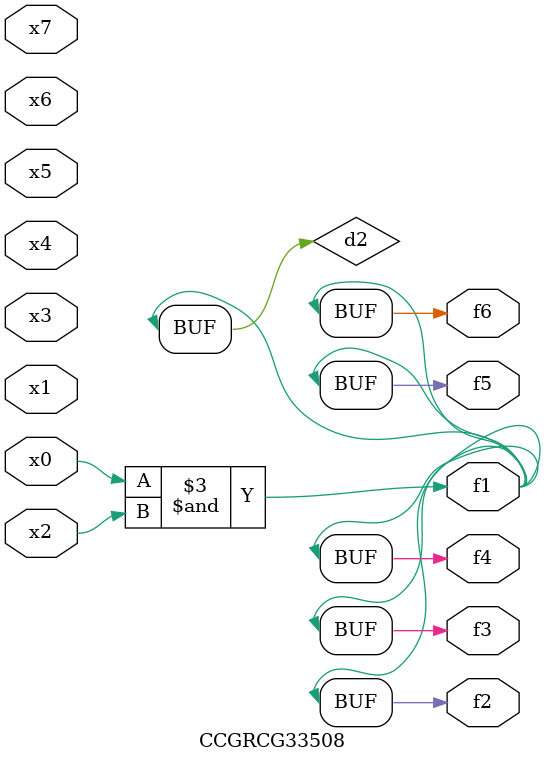
<source format=v>
module CCGRCG33508(
	input x0, x1, x2, x3, x4, x5, x6, x7,
	output f1, f2, f3, f4, f5, f6
);

	wire d1, d2;

	nor (d1, x3, x6);
	and (d2, x0, x2);
	assign f1 = d2;
	assign f2 = d2;
	assign f3 = d2;
	assign f4 = d2;
	assign f5 = d2;
	assign f6 = d2;
endmodule

</source>
